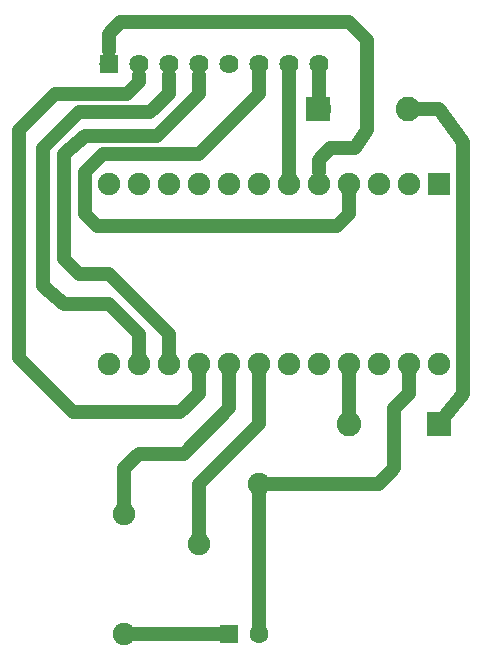
<source format=gtl>
G04 MADE WITH FRITZING*
G04 WWW.FRITZING.ORG*
G04 DOUBLE SIDED*
G04 HOLES PLATED*
G04 CONTOUR ON CENTER OF CONTOUR VECTOR*
%ASAXBY*%
%FSLAX23Y23*%
%MOIN*%
%OFA0B0*%
%SFA1.0B1.0*%
%ADD10C,0.075000*%
%ADD11C,0.064000*%
%ADD12C,0.082000*%
%ADD13C,0.062992*%
%ADD14R,0.064000X0.064000*%
%ADD15R,0.075000X0.075000*%
%ADD16R,0.082000X0.082000*%
%ADD17R,0.062992X0.062992*%
%ADD18C,0.048000*%
%LNCOPPER1*%
G90*
G70*
G54D10*
X640Y532D03*
X840Y732D03*
G54D11*
X340Y2132D03*
X440Y2132D03*
X540Y2132D03*
X640Y2132D03*
X740Y2132D03*
X840Y2132D03*
X940Y2132D03*
X1040Y2132D03*
G54D10*
X1440Y1732D03*
X1440Y1132D03*
X1340Y1732D03*
X1340Y1132D03*
X1240Y1732D03*
X1240Y1132D03*
X1140Y1732D03*
X1140Y1132D03*
X1040Y1732D03*
X1040Y1132D03*
X940Y1732D03*
X940Y1132D03*
X840Y1732D03*
X840Y1132D03*
X740Y1732D03*
X740Y1132D03*
X640Y1732D03*
X640Y1132D03*
X540Y1732D03*
X540Y1132D03*
X440Y1732D03*
X440Y1132D03*
X340Y1732D03*
X340Y1132D03*
G54D12*
X1440Y932D03*
X1142Y932D03*
X1040Y1982D03*
X1338Y1982D03*
G54D10*
X390Y232D03*
X390Y632D03*
G54D13*
X742Y232D03*
X840Y232D03*
G54D14*
X340Y2132D03*
G54D15*
X1440Y1732D03*
G54D16*
X1441Y932D03*
X1039Y1982D03*
G54D17*
X742Y232D03*
G54D18*
X1521Y1871D02*
X1521Y1032D01*
D02*
X1440Y1982D02*
X1521Y1871D01*
D02*
X1521Y1032D02*
X1464Y961D01*
D02*
X1370Y1982D02*
X1440Y1982D01*
D02*
X1079Y1852D02*
X1160Y1852D01*
D02*
X1160Y1852D02*
X1201Y1913D01*
D02*
X221Y971D02*
X579Y971D01*
D02*
X190Y1332D02*
X340Y1332D01*
D02*
X190Y1482D02*
X190Y1832D01*
D02*
X160Y2032D02*
X40Y1913D01*
D02*
X121Y1852D02*
X121Y1393D01*
D02*
X190Y1832D02*
X260Y1893D01*
D02*
X401Y2032D02*
X160Y2032D01*
D02*
X1201Y1913D02*
X1201Y2213D01*
D02*
X1040Y1813D02*
X1079Y1852D01*
D02*
X1201Y2213D02*
X1140Y2271D01*
D02*
X1140Y2271D02*
X379Y2271D01*
D02*
X379Y2271D02*
X340Y2232D01*
D02*
X340Y2232D02*
X340Y2174D01*
D02*
X1040Y1772D02*
X1040Y1813D01*
D02*
X440Y2071D02*
X401Y2032D01*
D02*
X40Y1913D02*
X40Y1152D01*
D02*
X40Y1152D02*
X221Y971D01*
D02*
X579Y971D02*
X640Y1032D01*
D02*
X640Y1032D02*
X640Y1104D01*
D02*
X440Y2095D02*
X440Y2071D01*
D02*
X640Y2032D02*
X640Y2095D01*
D02*
X501Y1893D02*
X640Y2032D01*
D02*
X260Y1893D02*
X501Y1893D01*
D02*
X240Y1432D02*
X190Y1482D01*
D02*
X340Y1432D02*
X240Y1432D01*
D02*
X540Y1232D02*
X340Y1432D01*
D02*
X540Y1161D02*
X540Y1232D01*
D02*
X540Y2032D02*
X479Y1971D01*
D02*
X479Y1971D02*
X240Y1971D01*
D02*
X240Y1971D02*
X121Y1852D01*
D02*
X121Y1393D02*
X190Y1332D01*
D02*
X340Y1332D02*
X440Y1232D01*
D02*
X440Y1232D02*
X440Y1161D01*
D02*
X540Y2095D02*
X540Y2032D01*
D02*
X301Y1593D02*
X1101Y1593D01*
D02*
X260Y1771D02*
X260Y1632D01*
D02*
X840Y2032D02*
X640Y1832D01*
D02*
X640Y1832D02*
X321Y1832D01*
D02*
X321Y1832D02*
X260Y1771D01*
D02*
X260Y1632D02*
X301Y1593D01*
D02*
X1101Y1593D02*
X1140Y1632D01*
D02*
X1140Y1632D02*
X1140Y1704D01*
D02*
X840Y2101D02*
X840Y2032D01*
D02*
X940Y1761D02*
X940Y2101D01*
D02*
X1142Y964D02*
X1140Y1104D01*
D02*
X1040Y2014D02*
X1040Y2101D01*
D02*
X419Y232D02*
X715Y232D01*
D02*
X840Y259D02*
X840Y704D01*
D02*
X1240Y732D02*
X869Y732D01*
D02*
X1292Y784D02*
X1240Y732D01*
D02*
X1292Y984D02*
X1292Y784D01*
D02*
X1340Y1032D02*
X1292Y984D01*
D02*
X1340Y1104D02*
X1340Y1032D01*
D02*
X392Y784D02*
X390Y661D01*
D02*
X640Y732D02*
X640Y561D01*
D02*
X840Y932D02*
X640Y732D01*
D02*
X840Y1104D02*
X840Y932D01*
D02*
X740Y984D02*
X592Y832D01*
D02*
X592Y832D02*
X440Y832D01*
D02*
X440Y832D02*
X392Y784D01*
D02*
X740Y1104D02*
X740Y984D01*
G04 End of Copper1*
M02*
</source>
